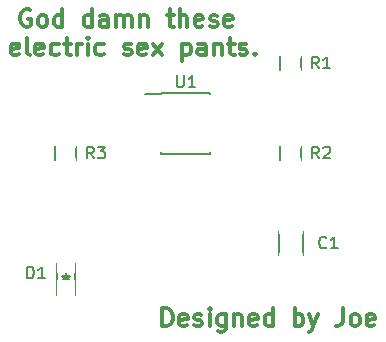
<source format=gto>
G04 #@! TF.FileFunction,Legend,Top*
%FSLAX46Y46*%
G04 Gerber Fmt 4.6, Leading zero omitted, Abs format (unit mm)*
G04 Created by KiCad (PCBNEW 4.0.2-stable) date 5/18/2016 9:32:54 PM*
%MOMM*%
G01*
G04 APERTURE LIST*
%ADD10C,0.100000*%
%ADD11C,0.300000*%
%ADD12C,0.150000*%
%ADD13R,2.000000X2.400000*%
%ADD14R,1.598880X1.598880*%
%ADD15R,1.700000X1.900000*%
%ADD16R,1.950000X1.000000*%
G04 APERTURE END LIST*
D10*
D11*
X150420715Y-144188571D02*
X150420715Y-142688571D01*
X150777858Y-142688571D01*
X150992143Y-142760000D01*
X151135001Y-142902857D01*
X151206429Y-143045714D01*
X151277858Y-143331429D01*
X151277858Y-143545714D01*
X151206429Y-143831429D01*
X151135001Y-143974286D01*
X150992143Y-144117143D01*
X150777858Y-144188571D01*
X150420715Y-144188571D01*
X152492143Y-144117143D02*
X152349286Y-144188571D01*
X152063572Y-144188571D01*
X151920715Y-144117143D01*
X151849286Y-143974286D01*
X151849286Y-143402857D01*
X151920715Y-143260000D01*
X152063572Y-143188571D01*
X152349286Y-143188571D01*
X152492143Y-143260000D01*
X152563572Y-143402857D01*
X152563572Y-143545714D01*
X151849286Y-143688571D01*
X153135000Y-144117143D02*
X153277857Y-144188571D01*
X153563572Y-144188571D01*
X153706429Y-144117143D01*
X153777857Y-143974286D01*
X153777857Y-143902857D01*
X153706429Y-143760000D01*
X153563572Y-143688571D01*
X153349286Y-143688571D01*
X153206429Y-143617143D01*
X153135000Y-143474286D01*
X153135000Y-143402857D01*
X153206429Y-143260000D01*
X153349286Y-143188571D01*
X153563572Y-143188571D01*
X153706429Y-143260000D01*
X154420715Y-144188571D02*
X154420715Y-143188571D01*
X154420715Y-142688571D02*
X154349286Y-142760000D01*
X154420715Y-142831429D01*
X154492143Y-142760000D01*
X154420715Y-142688571D01*
X154420715Y-142831429D01*
X155777858Y-143188571D02*
X155777858Y-144402857D01*
X155706429Y-144545714D01*
X155635001Y-144617143D01*
X155492144Y-144688571D01*
X155277858Y-144688571D01*
X155135001Y-144617143D01*
X155777858Y-144117143D02*
X155635001Y-144188571D01*
X155349287Y-144188571D01*
X155206429Y-144117143D01*
X155135001Y-144045714D01*
X155063572Y-143902857D01*
X155063572Y-143474286D01*
X155135001Y-143331429D01*
X155206429Y-143260000D01*
X155349287Y-143188571D01*
X155635001Y-143188571D01*
X155777858Y-143260000D01*
X156492144Y-143188571D02*
X156492144Y-144188571D01*
X156492144Y-143331429D02*
X156563572Y-143260000D01*
X156706430Y-143188571D01*
X156920715Y-143188571D01*
X157063572Y-143260000D01*
X157135001Y-143402857D01*
X157135001Y-144188571D01*
X158420715Y-144117143D02*
X158277858Y-144188571D01*
X157992144Y-144188571D01*
X157849287Y-144117143D01*
X157777858Y-143974286D01*
X157777858Y-143402857D01*
X157849287Y-143260000D01*
X157992144Y-143188571D01*
X158277858Y-143188571D01*
X158420715Y-143260000D01*
X158492144Y-143402857D01*
X158492144Y-143545714D01*
X157777858Y-143688571D01*
X159777858Y-144188571D02*
X159777858Y-142688571D01*
X159777858Y-144117143D02*
X159635001Y-144188571D01*
X159349287Y-144188571D01*
X159206429Y-144117143D01*
X159135001Y-144045714D01*
X159063572Y-143902857D01*
X159063572Y-143474286D01*
X159135001Y-143331429D01*
X159206429Y-143260000D01*
X159349287Y-143188571D01*
X159635001Y-143188571D01*
X159777858Y-143260000D01*
X161635001Y-144188571D02*
X161635001Y-142688571D01*
X161635001Y-143260000D02*
X161777858Y-143188571D01*
X162063572Y-143188571D01*
X162206429Y-143260000D01*
X162277858Y-143331429D01*
X162349287Y-143474286D01*
X162349287Y-143902857D01*
X162277858Y-144045714D01*
X162206429Y-144117143D01*
X162063572Y-144188571D01*
X161777858Y-144188571D01*
X161635001Y-144117143D01*
X162849287Y-143188571D02*
X163206430Y-144188571D01*
X163563572Y-143188571D02*
X163206430Y-144188571D01*
X163063572Y-144545714D01*
X162992144Y-144617143D01*
X162849287Y-144688571D01*
X165706429Y-142688571D02*
X165706429Y-143760000D01*
X165635001Y-143974286D01*
X165492144Y-144117143D01*
X165277858Y-144188571D01*
X165135001Y-144188571D01*
X166635001Y-144188571D02*
X166492143Y-144117143D01*
X166420715Y-144045714D01*
X166349286Y-143902857D01*
X166349286Y-143474286D01*
X166420715Y-143331429D01*
X166492143Y-143260000D01*
X166635001Y-143188571D01*
X166849286Y-143188571D01*
X166992143Y-143260000D01*
X167063572Y-143331429D01*
X167135001Y-143474286D01*
X167135001Y-143902857D01*
X167063572Y-144045714D01*
X166992143Y-144117143D01*
X166849286Y-144188571D01*
X166635001Y-144188571D01*
X168349286Y-144117143D02*
X168206429Y-144188571D01*
X167920715Y-144188571D01*
X167777858Y-144117143D01*
X167706429Y-143974286D01*
X167706429Y-143402857D01*
X167777858Y-143260000D01*
X167920715Y-143188571D01*
X168206429Y-143188571D01*
X168349286Y-143260000D01*
X168420715Y-143402857D01*
X168420715Y-143545714D01*
X167706429Y-143688571D01*
X139240714Y-117430000D02*
X139097857Y-117358571D01*
X138883571Y-117358571D01*
X138669286Y-117430000D01*
X138526428Y-117572857D01*
X138455000Y-117715714D01*
X138383571Y-118001429D01*
X138383571Y-118215714D01*
X138455000Y-118501429D01*
X138526428Y-118644286D01*
X138669286Y-118787143D01*
X138883571Y-118858571D01*
X139026428Y-118858571D01*
X139240714Y-118787143D01*
X139312143Y-118715714D01*
X139312143Y-118215714D01*
X139026428Y-118215714D01*
X140169286Y-118858571D02*
X140026428Y-118787143D01*
X139955000Y-118715714D01*
X139883571Y-118572857D01*
X139883571Y-118144286D01*
X139955000Y-118001429D01*
X140026428Y-117930000D01*
X140169286Y-117858571D01*
X140383571Y-117858571D01*
X140526428Y-117930000D01*
X140597857Y-118001429D01*
X140669286Y-118144286D01*
X140669286Y-118572857D01*
X140597857Y-118715714D01*
X140526428Y-118787143D01*
X140383571Y-118858571D01*
X140169286Y-118858571D01*
X141955000Y-118858571D02*
X141955000Y-117358571D01*
X141955000Y-118787143D02*
X141812143Y-118858571D01*
X141526429Y-118858571D01*
X141383571Y-118787143D01*
X141312143Y-118715714D01*
X141240714Y-118572857D01*
X141240714Y-118144286D01*
X141312143Y-118001429D01*
X141383571Y-117930000D01*
X141526429Y-117858571D01*
X141812143Y-117858571D01*
X141955000Y-117930000D01*
X144455000Y-118858571D02*
X144455000Y-117358571D01*
X144455000Y-118787143D02*
X144312143Y-118858571D01*
X144026429Y-118858571D01*
X143883571Y-118787143D01*
X143812143Y-118715714D01*
X143740714Y-118572857D01*
X143740714Y-118144286D01*
X143812143Y-118001429D01*
X143883571Y-117930000D01*
X144026429Y-117858571D01*
X144312143Y-117858571D01*
X144455000Y-117930000D01*
X145812143Y-118858571D02*
X145812143Y-118072857D01*
X145740714Y-117930000D01*
X145597857Y-117858571D01*
X145312143Y-117858571D01*
X145169286Y-117930000D01*
X145812143Y-118787143D02*
X145669286Y-118858571D01*
X145312143Y-118858571D01*
X145169286Y-118787143D01*
X145097857Y-118644286D01*
X145097857Y-118501429D01*
X145169286Y-118358571D01*
X145312143Y-118287143D01*
X145669286Y-118287143D01*
X145812143Y-118215714D01*
X146526429Y-118858571D02*
X146526429Y-117858571D01*
X146526429Y-118001429D02*
X146597857Y-117930000D01*
X146740715Y-117858571D01*
X146955000Y-117858571D01*
X147097857Y-117930000D01*
X147169286Y-118072857D01*
X147169286Y-118858571D01*
X147169286Y-118072857D02*
X147240715Y-117930000D01*
X147383572Y-117858571D01*
X147597857Y-117858571D01*
X147740715Y-117930000D01*
X147812143Y-118072857D01*
X147812143Y-118858571D01*
X148526429Y-117858571D02*
X148526429Y-118858571D01*
X148526429Y-118001429D02*
X148597857Y-117930000D01*
X148740715Y-117858571D01*
X148955000Y-117858571D01*
X149097857Y-117930000D01*
X149169286Y-118072857D01*
X149169286Y-118858571D01*
X150812143Y-117858571D02*
X151383572Y-117858571D01*
X151026429Y-117358571D02*
X151026429Y-118644286D01*
X151097857Y-118787143D01*
X151240715Y-118858571D01*
X151383572Y-118858571D01*
X151883572Y-118858571D02*
X151883572Y-117358571D01*
X152526429Y-118858571D02*
X152526429Y-118072857D01*
X152455000Y-117930000D01*
X152312143Y-117858571D01*
X152097858Y-117858571D01*
X151955000Y-117930000D01*
X151883572Y-118001429D01*
X153812143Y-118787143D02*
X153669286Y-118858571D01*
X153383572Y-118858571D01*
X153240715Y-118787143D01*
X153169286Y-118644286D01*
X153169286Y-118072857D01*
X153240715Y-117930000D01*
X153383572Y-117858571D01*
X153669286Y-117858571D01*
X153812143Y-117930000D01*
X153883572Y-118072857D01*
X153883572Y-118215714D01*
X153169286Y-118358571D01*
X154455000Y-118787143D02*
X154597857Y-118858571D01*
X154883572Y-118858571D01*
X155026429Y-118787143D01*
X155097857Y-118644286D01*
X155097857Y-118572857D01*
X155026429Y-118430000D01*
X154883572Y-118358571D01*
X154669286Y-118358571D01*
X154526429Y-118287143D01*
X154455000Y-118144286D01*
X154455000Y-118072857D01*
X154526429Y-117930000D01*
X154669286Y-117858571D01*
X154883572Y-117858571D01*
X155026429Y-117930000D01*
X156312143Y-118787143D02*
X156169286Y-118858571D01*
X155883572Y-118858571D01*
X155740715Y-118787143D01*
X155669286Y-118644286D01*
X155669286Y-118072857D01*
X155740715Y-117930000D01*
X155883572Y-117858571D01*
X156169286Y-117858571D01*
X156312143Y-117930000D01*
X156383572Y-118072857D01*
X156383572Y-118215714D01*
X155669286Y-118358571D01*
X138240714Y-121187143D02*
X138097857Y-121258571D01*
X137812143Y-121258571D01*
X137669286Y-121187143D01*
X137597857Y-121044286D01*
X137597857Y-120472857D01*
X137669286Y-120330000D01*
X137812143Y-120258571D01*
X138097857Y-120258571D01*
X138240714Y-120330000D01*
X138312143Y-120472857D01*
X138312143Y-120615714D01*
X137597857Y-120758571D01*
X139169286Y-121258571D02*
X139026428Y-121187143D01*
X138955000Y-121044286D01*
X138955000Y-119758571D01*
X140312142Y-121187143D02*
X140169285Y-121258571D01*
X139883571Y-121258571D01*
X139740714Y-121187143D01*
X139669285Y-121044286D01*
X139669285Y-120472857D01*
X139740714Y-120330000D01*
X139883571Y-120258571D01*
X140169285Y-120258571D01*
X140312142Y-120330000D01*
X140383571Y-120472857D01*
X140383571Y-120615714D01*
X139669285Y-120758571D01*
X141669285Y-121187143D02*
X141526428Y-121258571D01*
X141240714Y-121258571D01*
X141097856Y-121187143D01*
X141026428Y-121115714D01*
X140954999Y-120972857D01*
X140954999Y-120544286D01*
X141026428Y-120401429D01*
X141097856Y-120330000D01*
X141240714Y-120258571D01*
X141526428Y-120258571D01*
X141669285Y-120330000D01*
X142097856Y-120258571D02*
X142669285Y-120258571D01*
X142312142Y-119758571D02*
X142312142Y-121044286D01*
X142383570Y-121187143D01*
X142526428Y-121258571D01*
X142669285Y-121258571D01*
X143169285Y-121258571D02*
X143169285Y-120258571D01*
X143169285Y-120544286D02*
X143240713Y-120401429D01*
X143312142Y-120330000D01*
X143454999Y-120258571D01*
X143597856Y-120258571D01*
X144097856Y-121258571D02*
X144097856Y-120258571D01*
X144097856Y-119758571D02*
X144026427Y-119830000D01*
X144097856Y-119901429D01*
X144169284Y-119830000D01*
X144097856Y-119758571D01*
X144097856Y-119901429D01*
X145454999Y-121187143D02*
X145312142Y-121258571D01*
X145026428Y-121258571D01*
X144883570Y-121187143D01*
X144812142Y-121115714D01*
X144740713Y-120972857D01*
X144740713Y-120544286D01*
X144812142Y-120401429D01*
X144883570Y-120330000D01*
X145026428Y-120258571D01*
X145312142Y-120258571D01*
X145454999Y-120330000D01*
X147169284Y-121187143D02*
X147312141Y-121258571D01*
X147597856Y-121258571D01*
X147740713Y-121187143D01*
X147812141Y-121044286D01*
X147812141Y-120972857D01*
X147740713Y-120830000D01*
X147597856Y-120758571D01*
X147383570Y-120758571D01*
X147240713Y-120687143D01*
X147169284Y-120544286D01*
X147169284Y-120472857D01*
X147240713Y-120330000D01*
X147383570Y-120258571D01*
X147597856Y-120258571D01*
X147740713Y-120330000D01*
X149026427Y-121187143D02*
X148883570Y-121258571D01*
X148597856Y-121258571D01*
X148454999Y-121187143D01*
X148383570Y-121044286D01*
X148383570Y-120472857D01*
X148454999Y-120330000D01*
X148597856Y-120258571D01*
X148883570Y-120258571D01*
X149026427Y-120330000D01*
X149097856Y-120472857D01*
X149097856Y-120615714D01*
X148383570Y-120758571D01*
X149597856Y-121258571D02*
X150383570Y-120258571D01*
X149597856Y-120258571D02*
X150383570Y-121258571D01*
X152097856Y-120258571D02*
X152097856Y-121758571D01*
X152097856Y-120330000D02*
X152240713Y-120258571D01*
X152526427Y-120258571D01*
X152669284Y-120330000D01*
X152740713Y-120401429D01*
X152812142Y-120544286D01*
X152812142Y-120972857D01*
X152740713Y-121115714D01*
X152669284Y-121187143D01*
X152526427Y-121258571D01*
X152240713Y-121258571D01*
X152097856Y-121187143D01*
X154097856Y-121258571D02*
X154097856Y-120472857D01*
X154026427Y-120330000D01*
X153883570Y-120258571D01*
X153597856Y-120258571D01*
X153454999Y-120330000D01*
X154097856Y-121187143D02*
X153954999Y-121258571D01*
X153597856Y-121258571D01*
X153454999Y-121187143D01*
X153383570Y-121044286D01*
X153383570Y-120901429D01*
X153454999Y-120758571D01*
X153597856Y-120687143D01*
X153954999Y-120687143D01*
X154097856Y-120615714D01*
X154812142Y-120258571D02*
X154812142Y-121258571D01*
X154812142Y-120401429D02*
X154883570Y-120330000D01*
X155026428Y-120258571D01*
X155240713Y-120258571D01*
X155383570Y-120330000D01*
X155454999Y-120472857D01*
X155454999Y-121258571D01*
X155954999Y-120258571D02*
X156526428Y-120258571D01*
X156169285Y-119758571D02*
X156169285Y-121044286D01*
X156240713Y-121187143D01*
X156383571Y-121258571D01*
X156526428Y-121258571D01*
X156954999Y-121187143D02*
X157097856Y-121258571D01*
X157383571Y-121258571D01*
X157526428Y-121187143D01*
X157597856Y-121044286D01*
X157597856Y-120972857D01*
X157526428Y-120830000D01*
X157383571Y-120758571D01*
X157169285Y-120758571D01*
X157026428Y-120687143D01*
X156954999Y-120544286D01*
X156954999Y-120472857D01*
X157026428Y-120330000D01*
X157169285Y-120258571D01*
X157383571Y-120258571D01*
X157526428Y-120330000D01*
X158240714Y-121115714D02*
X158312142Y-121187143D01*
X158240714Y-121258571D01*
X158169285Y-121187143D01*
X158240714Y-121115714D01*
X158240714Y-121258571D01*
D12*
X162315000Y-138160000D02*
X162315000Y-136160000D01*
X160265000Y-136160000D02*
X160265000Y-138160000D01*
X142990000Y-141554000D02*
X142990000Y-138854000D01*
X141490000Y-141554000D02*
X141490000Y-138854000D01*
X142390000Y-140054000D02*
X142140000Y-140054000D01*
X142140000Y-140054000D02*
X142290000Y-140204000D01*
X141890000Y-140304000D02*
X142590000Y-140304000D01*
X142240000Y-139954000D02*
X142240000Y-139604000D01*
X142240000Y-140304000D02*
X141890000Y-139954000D01*
X141890000Y-139954000D02*
X142590000Y-139954000D01*
X142590000Y-139954000D02*
X142240000Y-140304000D01*
X160415000Y-122520000D02*
X160415000Y-121320000D01*
X162165000Y-121320000D02*
X162165000Y-122520000D01*
X160415000Y-130140000D02*
X160415000Y-128940000D01*
X162165000Y-128940000D02*
X162165000Y-130140000D01*
X141365000Y-130140000D02*
X141365000Y-128940000D01*
X143115000Y-128940000D02*
X143115000Y-130140000D01*
X150325000Y-124425000D02*
X150325000Y-124570000D01*
X154475000Y-124425000D02*
X154475000Y-124570000D01*
X154475000Y-129575000D02*
X154475000Y-129430000D01*
X150325000Y-129575000D02*
X150325000Y-129430000D01*
X150325000Y-124425000D02*
X154475000Y-124425000D01*
X150325000Y-129575000D02*
X154475000Y-129575000D01*
X150325000Y-124570000D02*
X148925000Y-124570000D01*
X164298334Y-137517143D02*
X164250715Y-137564762D01*
X164107858Y-137612381D01*
X164012620Y-137612381D01*
X163869762Y-137564762D01*
X163774524Y-137469524D01*
X163726905Y-137374286D01*
X163679286Y-137183810D01*
X163679286Y-137040952D01*
X163726905Y-136850476D01*
X163774524Y-136755238D01*
X163869762Y-136660000D01*
X164012620Y-136612381D01*
X164107858Y-136612381D01*
X164250715Y-136660000D01*
X164298334Y-136707619D01*
X165250715Y-137612381D02*
X164679286Y-137612381D01*
X164965000Y-137612381D02*
X164965000Y-136612381D01*
X164869762Y-136755238D01*
X164774524Y-136850476D01*
X164679286Y-136898095D01*
X138961905Y-140152381D02*
X138961905Y-139152381D01*
X139200000Y-139152381D01*
X139342858Y-139200000D01*
X139438096Y-139295238D01*
X139485715Y-139390476D01*
X139533334Y-139580952D01*
X139533334Y-139723810D01*
X139485715Y-139914286D01*
X139438096Y-140009524D01*
X139342858Y-140104762D01*
X139200000Y-140152381D01*
X138961905Y-140152381D01*
X140485715Y-140152381D02*
X139914286Y-140152381D01*
X140200000Y-140152381D02*
X140200000Y-139152381D01*
X140104762Y-139295238D01*
X140009524Y-139390476D01*
X139914286Y-139438095D01*
X163663334Y-122372381D02*
X163330000Y-121896190D01*
X163091905Y-122372381D02*
X163091905Y-121372381D01*
X163472858Y-121372381D01*
X163568096Y-121420000D01*
X163615715Y-121467619D01*
X163663334Y-121562857D01*
X163663334Y-121705714D01*
X163615715Y-121800952D01*
X163568096Y-121848571D01*
X163472858Y-121896190D01*
X163091905Y-121896190D01*
X164615715Y-122372381D02*
X164044286Y-122372381D01*
X164330000Y-122372381D02*
X164330000Y-121372381D01*
X164234762Y-121515238D01*
X164139524Y-121610476D01*
X164044286Y-121658095D01*
X163663334Y-129992381D02*
X163330000Y-129516190D01*
X163091905Y-129992381D02*
X163091905Y-128992381D01*
X163472858Y-128992381D01*
X163568096Y-129040000D01*
X163615715Y-129087619D01*
X163663334Y-129182857D01*
X163663334Y-129325714D01*
X163615715Y-129420952D01*
X163568096Y-129468571D01*
X163472858Y-129516190D01*
X163091905Y-129516190D01*
X164044286Y-129087619D02*
X164091905Y-129040000D01*
X164187143Y-128992381D01*
X164425239Y-128992381D01*
X164520477Y-129040000D01*
X164568096Y-129087619D01*
X164615715Y-129182857D01*
X164615715Y-129278095D01*
X164568096Y-129420952D01*
X163996667Y-129992381D01*
X164615715Y-129992381D01*
X144613334Y-129992381D02*
X144280000Y-129516190D01*
X144041905Y-129992381D02*
X144041905Y-128992381D01*
X144422858Y-128992381D01*
X144518096Y-129040000D01*
X144565715Y-129087619D01*
X144613334Y-129182857D01*
X144613334Y-129325714D01*
X144565715Y-129420952D01*
X144518096Y-129468571D01*
X144422858Y-129516190D01*
X144041905Y-129516190D01*
X144946667Y-128992381D02*
X145565715Y-128992381D01*
X145232381Y-129373333D01*
X145375239Y-129373333D01*
X145470477Y-129420952D01*
X145518096Y-129468571D01*
X145565715Y-129563810D01*
X145565715Y-129801905D01*
X145518096Y-129897143D01*
X145470477Y-129944762D01*
X145375239Y-129992381D01*
X145089524Y-129992381D01*
X144994286Y-129944762D01*
X144946667Y-129897143D01*
X151638095Y-122952381D02*
X151638095Y-123761905D01*
X151685714Y-123857143D01*
X151733333Y-123904762D01*
X151828571Y-123952381D01*
X152019048Y-123952381D01*
X152114286Y-123904762D01*
X152161905Y-123857143D01*
X152209524Y-123761905D01*
X152209524Y-122952381D01*
X153209524Y-123952381D02*
X152638095Y-123952381D01*
X152923809Y-123952381D02*
X152923809Y-122952381D01*
X152828571Y-123095238D01*
X152733333Y-123190476D01*
X152638095Y-123238095D01*
%LPC*%
D13*
X161290000Y-135160000D03*
X161290000Y-139160000D03*
D14*
X142240000Y-138904980D03*
X142240000Y-141003020D03*
D15*
X161290000Y-120570000D03*
X161290000Y-123270000D03*
X161290000Y-128190000D03*
X161290000Y-130890000D03*
X142240000Y-128190000D03*
X142240000Y-130890000D03*
D16*
X149700000Y-125095000D03*
X149700000Y-126365000D03*
X149700000Y-127635000D03*
X149700000Y-128905000D03*
X155100000Y-128905000D03*
X155100000Y-127635000D03*
X155100000Y-126365000D03*
X155100000Y-125095000D03*
M02*

</source>
